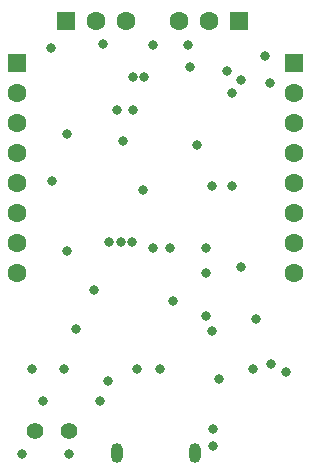
<source format=gbs>
G04*
G04 #@! TF.GenerationSoftware,Altium Limited,Altium Designer,19.1.8 (144)*
G04*
G04 Layer_Color=16711935*
%FSLAX25Y25*%
%MOIN*%
G70*
G01*
G75*
%ADD41R,0.06299X0.06299*%
%ADD42C,0.06299*%
%ADD43C,0.05512*%
%ADD44R,0.06299X0.06299*%
%ADD45O,0.03937X0.06693*%
%ADD46C,0.03150*%
D41*
X23327Y150591D02*
D03*
X80807D02*
D03*
D42*
X33327D02*
D03*
X43327D02*
D03*
X70807D02*
D03*
X60807D02*
D03*
X6890Y66614D02*
D03*
Y76614D02*
D03*
Y86614D02*
D03*
Y96614D02*
D03*
Y106614D02*
D03*
Y116614D02*
D03*
Y126614D02*
D03*
X99410Y66614D02*
D03*
Y76614D02*
D03*
Y86614D02*
D03*
Y96614D02*
D03*
Y106614D02*
D03*
Y116614D02*
D03*
Y126614D02*
D03*
D43*
X24409Y13780D02*
D03*
X12992D02*
D03*
D44*
X6890Y136614D02*
D03*
X99410D02*
D03*
D45*
X40157Y6693D02*
D03*
X66142D02*
D03*
D46*
X74360Y31185D02*
D03*
X96448Y33633D02*
D03*
X91535Y36417D02*
D03*
X72292Y14724D02*
D03*
Y8898D02*
D03*
X64680Y135285D02*
D03*
X49383Y131759D02*
D03*
X71862Y95571D02*
D03*
X8629Y6193D02*
D03*
X24348D02*
D03*
X81693Y68683D02*
D03*
X91340Y129872D02*
D03*
X23684Y112858D02*
D03*
X15441Y23925D02*
D03*
X34602D02*
D03*
X18701Y97342D02*
D03*
X89567Y139044D02*
D03*
X70039Y66614D02*
D03*
X37451Y76863D02*
D03*
X81693Y130905D02*
D03*
X66929Y109252D02*
D03*
X26575Y48063D02*
D03*
X37402Y30512D02*
D03*
X49073Y94238D02*
D03*
X52165Y74973D02*
D03*
X35531Y143063D02*
D03*
X45452Y131928D02*
D03*
X52165Y142717D02*
D03*
X86614Y51181D02*
D03*
X85630Y34449D02*
D03*
X41608Y76863D02*
D03*
X45262D02*
D03*
X45452Y121063D02*
D03*
X40354D02*
D03*
X42157Y110571D02*
D03*
X78740Y126614D02*
D03*
X18406Y141732D02*
D03*
X76771Y133858D02*
D03*
X63976Y142717D02*
D03*
X59055Y57087D02*
D03*
X71862Y47195D02*
D03*
X69889Y52165D02*
D03*
X58071Y74973D02*
D03*
X70039D02*
D03*
X11811Y34449D02*
D03*
X22638D02*
D03*
X23465Y73819D02*
D03*
X32480Y61024D02*
D03*
X78740Y95472D02*
D03*
X54630Y34449D02*
D03*
X46850D02*
D03*
M02*

</source>
